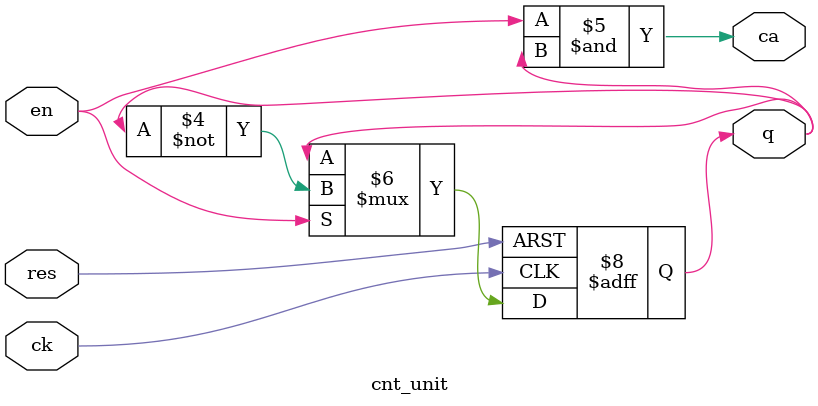
<source format=v>
module cnt_unit(ck, res, en, q, ca);

input ck, res, en;
output q, ca;
reg q;

always @(posedge ck or posedge res) begin
    if (res == 1'b1)
        q <= 1'b0;
    else if (en == 1'b1)
        q <= ~q;
end

assign ca = en & q;

endmodule
</source>
